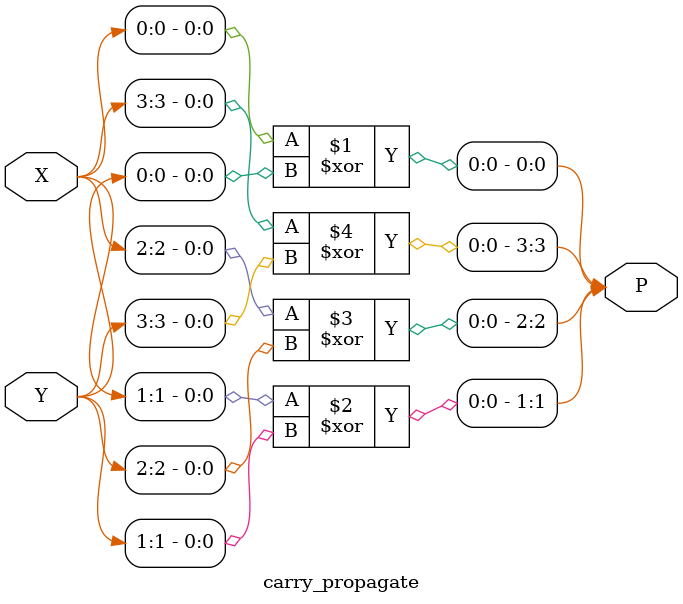
<source format=v>
(* DONT_TOUCH = "true" *)
module carry_propagate(
    input  [3:0] X, // 4-bit input
    input  [3:0] Y, // 4-bit input
    output [3:0] P  // 4-bit output carry propagate
);
    
    // --- enter your code here
    assign P[0] = X[0] ^ Y[0];
    assign P[1] = X[1] ^ Y[1];
    assign P[2] = X[2] ^ Y[2];
    assign P[3] = X[3] ^ Y[3];
    
    // --- end your code here
endmodule

</source>
